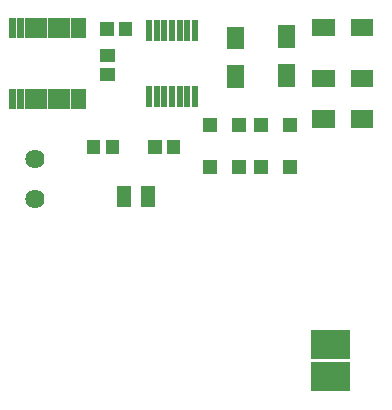
<source format=gts>
G04 Layer: TopSolderMaskLayer*
G04 EasyEDA v6.4.19.5, 2021-04-12T03:21:25--4:00*
G04 ad942acca2a341ffa4797dcae338b01a,05d11dc960ce418289d66d82dd1de79a,10*
G04 Gerber Generator version 0.2*
G04 Scale: 100 percent, Rotated: No, Reflected: No *
G04 Dimensions in millimeters *
G04 leading zeros omitted , absolute positions ,4 integer and 5 decimal *
%FSLAX45Y45*%
%MOMM*%

%ADD27C,1.6256*%

%LPD*%
G36*
X3577843Y5146802D02*
G01*
X3577843Y5267197D01*
X3697986Y5267197D01*
X3697986Y5146802D01*
G37*
G36*
X3337813Y5146802D02*
G01*
X3337813Y5267197D01*
X3457956Y5267197D01*
X3457956Y5146802D01*
G37*
G36*
X3146043Y5146802D02*
G01*
X3146043Y5267197D01*
X3266186Y5267197D01*
X3266186Y5146802D01*
G37*
G36*
X2906013Y5146802D02*
G01*
X2906013Y5267197D01*
X3026156Y5267197D01*
X3026156Y5146802D01*
G37*
G36*
X3146043Y4791202D02*
G01*
X3146043Y4911597D01*
X3266186Y4911597D01*
X3266186Y4791202D01*
G37*
G36*
X2906013Y4791202D02*
G01*
X2906013Y4911597D01*
X3026156Y4911597D01*
X3026156Y4791202D01*
G37*
G36*
X3577843Y4791202D02*
G01*
X3577843Y4911597D01*
X3697986Y4911597D01*
X3697986Y4791202D01*
G37*
G36*
X3337813Y4791202D02*
G01*
X3337813Y4911597D01*
X3457956Y4911597D01*
X3457956Y4791202D01*
G37*
G36*
X1524762Y5342889D02*
G01*
X1524762Y5512562D01*
X1585213Y5512562D01*
X1585213Y5342889D01*
G37*
G36*
X1589786Y5342889D02*
G01*
X1589786Y5512562D01*
X1649984Y5512562D01*
X1649984Y5342889D01*
G37*
G36*
X1654810Y5342889D02*
G01*
X1654810Y5512562D01*
X1715262Y5512562D01*
X1715262Y5342889D01*
G37*
G36*
X1719834Y5342889D02*
G01*
X1719834Y5512562D01*
X1780031Y5512562D01*
X1780031Y5342889D01*
G37*
G36*
X1329944Y5942584D02*
G01*
X1329944Y6112255D01*
X1390142Y6112255D01*
X1390142Y5942584D01*
G37*
G36*
X1329944Y5342889D02*
G01*
X1329944Y5512562D01*
X1390142Y5512562D01*
X1390142Y5342889D01*
G37*
G36*
X1394968Y5342889D02*
G01*
X1394968Y5512562D01*
X1455165Y5512562D01*
X1455165Y5342889D01*
G37*
G36*
X1459737Y5342889D02*
G01*
X1459737Y5512562D01*
X1520189Y5512562D01*
X1520189Y5342889D01*
G37*
G36*
X1784857Y5943092D02*
G01*
X1784857Y6112763D01*
X1845055Y6112763D01*
X1845055Y5943092D01*
G37*
G36*
X1719834Y5943092D02*
G01*
X1719834Y6112763D01*
X1780286Y6112763D01*
X1780286Y5943092D01*
G37*
G36*
X1654810Y5943092D02*
G01*
X1654810Y6112763D01*
X1715262Y6112763D01*
X1715262Y5943092D01*
G37*
G36*
X1589786Y5943092D02*
G01*
X1589786Y6112763D01*
X1650237Y6112763D01*
X1650237Y5943092D01*
G37*
G36*
X1524762Y5943092D02*
G01*
X1524762Y6112763D01*
X1585213Y6112763D01*
X1585213Y5943092D01*
G37*
G36*
X1459737Y5943092D02*
G01*
X1459737Y6112763D01*
X1520189Y6112763D01*
X1520189Y5943092D01*
G37*
G36*
X1784857Y5342889D02*
G01*
X1784857Y5512562D01*
X1845055Y5512562D01*
X1845055Y5342889D01*
G37*
G36*
X1394968Y5942584D02*
G01*
X1394968Y6112255D01*
X1455165Y6112255D01*
X1455165Y5942584D01*
G37*
G36*
X1264920Y5342636D02*
G01*
X1264920Y5512307D01*
X1325118Y5512307D01*
X1325118Y5342636D01*
G37*
G36*
X1849881Y5342889D02*
G01*
X1849881Y5512562D01*
X1910079Y5512562D01*
X1910079Y5342889D01*
G37*
G36*
X1849881Y5943092D02*
G01*
X1849881Y6112763D01*
X1910079Y6112763D01*
X1910079Y5943092D01*
G37*
G36*
X1264920Y5943092D02*
G01*
X1264920Y6112763D01*
X1325118Y6112763D01*
X1325118Y5943092D01*
G37*
G36*
X2376677Y4509770D02*
G01*
X2376677Y4685029D01*
X2497074Y4685029D01*
X2497074Y4509770D01*
G37*
G36*
X2176525Y4509770D02*
G01*
X2176525Y4685029D01*
X2296922Y4685029D01*
X2296922Y4509770D01*
G37*
D27*
G01*
X1485900Y4579797D03*
G01*
X1485900Y4919802D03*
G36*
X2421636Y5357621D02*
G01*
X2421636Y5537707D01*
X2471674Y5537707D01*
X2471674Y5357621D01*
G37*
G36*
X2486406Y5357621D02*
G01*
X2486406Y5537707D01*
X2536697Y5537707D01*
X2536697Y5357621D01*
G37*
G36*
X2551429Y5357621D02*
G01*
X2551429Y5537707D01*
X2601722Y5537707D01*
X2601722Y5357621D01*
G37*
G36*
X2616454Y5357621D02*
G01*
X2616454Y5537707D01*
X2666745Y5537707D01*
X2666745Y5357621D01*
G37*
G36*
X2681477Y5357621D02*
G01*
X2681477Y5537707D01*
X2731770Y5537707D01*
X2731770Y5357621D01*
G37*
G36*
X2746502Y5357621D02*
G01*
X2746502Y5537707D01*
X2796793Y5537707D01*
X2796793Y5357621D01*
G37*
G36*
X2811525Y5357621D02*
G01*
X2811525Y5537707D01*
X2861563Y5537707D01*
X2861563Y5357621D01*
G37*
G36*
X2811525Y5917692D02*
G01*
X2811525Y6097778D01*
X2861563Y6097778D01*
X2861563Y5917692D01*
G37*
G36*
X2746502Y5917692D02*
G01*
X2746502Y6097778D01*
X2796793Y6097778D01*
X2796793Y5917692D01*
G37*
G36*
X2681477Y5917692D02*
G01*
X2681477Y6097778D01*
X2731770Y6097778D01*
X2731770Y5917692D01*
G37*
G36*
X2616454Y5917692D02*
G01*
X2616454Y6097778D01*
X2666745Y6097778D01*
X2666745Y5917692D01*
G37*
G36*
X2551429Y5917692D02*
G01*
X2551429Y6097778D01*
X2601722Y6097778D01*
X2601722Y5917692D01*
G37*
G36*
X2486406Y5917692D02*
G01*
X2486406Y6097778D01*
X2536697Y6097778D01*
X2536697Y5917692D01*
G37*
G36*
X2421636Y5917692D02*
G01*
X2421636Y6097778D01*
X2471674Y6097778D01*
X2471674Y5917692D01*
G37*
G36*
X3828541Y5956807D02*
G01*
X3828541Y6102857D01*
X4020311Y6102857D01*
X4020311Y5956807D01*
G37*
G36*
X4156202Y5956807D02*
G01*
X4156202Y6102857D01*
X4347972Y6102857D01*
X4347972Y5956807D01*
G37*
G36*
X3828541Y5182107D02*
G01*
X3828541Y5328157D01*
X4020311Y5328157D01*
X4020311Y5182107D01*
G37*
G36*
X4156202Y5182107D02*
G01*
X4156202Y5328157D01*
X4347972Y5328157D01*
X4347972Y5182107D01*
G37*
G36*
X3536441Y5530087D02*
G01*
X3536441Y5721857D01*
X3682238Y5721857D01*
X3682238Y5530087D01*
G37*
G36*
X3536441Y5857747D02*
G01*
X3536441Y6049518D01*
X3682238Y6049518D01*
X3682238Y5857747D01*
G37*
G36*
X3104641Y5517387D02*
G01*
X3104641Y5709157D01*
X3250438Y5709157D01*
X3250438Y5517387D01*
G37*
G36*
X3104641Y5845047D02*
G01*
X3104641Y6036818D01*
X3250438Y6036818D01*
X3250438Y5845047D01*
G37*
G36*
X3828541Y5525007D02*
G01*
X3828541Y5671057D01*
X4020311Y5671057D01*
X4020311Y5525007D01*
G37*
G36*
X4156202Y5525007D02*
G01*
X4156202Y5671057D01*
X4347972Y5671057D01*
X4347972Y5525007D01*
G37*
G36*
X2196591Y5959602D02*
G01*
X2196591Y6079997D01*
X2306827Y6079997D01*
X2306827Y5959602D01*
G37*
G36*
X2036572Y5959602D02*
G01*
X2036572Y6079997D01*
X2146808Y6079997D01*
X2146808Y5959602D01*
G37*
G36*
X2035302Y5579871D02*
G01*
X2035302Y5690107D01*
X2155697Y5690107D01*
X2155697Y5579871D01*
G37*
G36*
X2035302Y5739892D02*
G01*
X2035302Y5850128D01*
X2155697Y5850128D01*
X2155697Y5739892D01*
G37*
G36*
X2602991Y4956302D02*
G01*
X2602991Y5076697D01*
X2713227Y5076697D01*
X2713227Y4956302D01*
G37*
G36*
X2442972Y4956302D02*
G01*
X2442972Y5076697D01*
X2553208Y5076697D01*
X2553208Y4956302D01*
G37*
G36*
X2082291Y4956302D02*
G01*
X2082291Y5076697D01*
X2192527Y5076697D01*
X2192527Y4956302D01*
G37*
G36*
X1922271Y4956302D02*
G01*
X1922271Y5076697D01*
X2032508Y5076697D01*
X2032508Y4956302D01*
G37*
G36*
X3815079Y2956305D02*
G01*
X3815079Y3196844D01*
X4145534Y3196844D01*
X4145534Y2956305D01*
G37*
G36*
X3815079Y3226307D02*
G01*
X3815079Y3466845D01*
X4145534Y3466845D01*
X4145534Y3226307D01*
G37*
M02*

</source>
